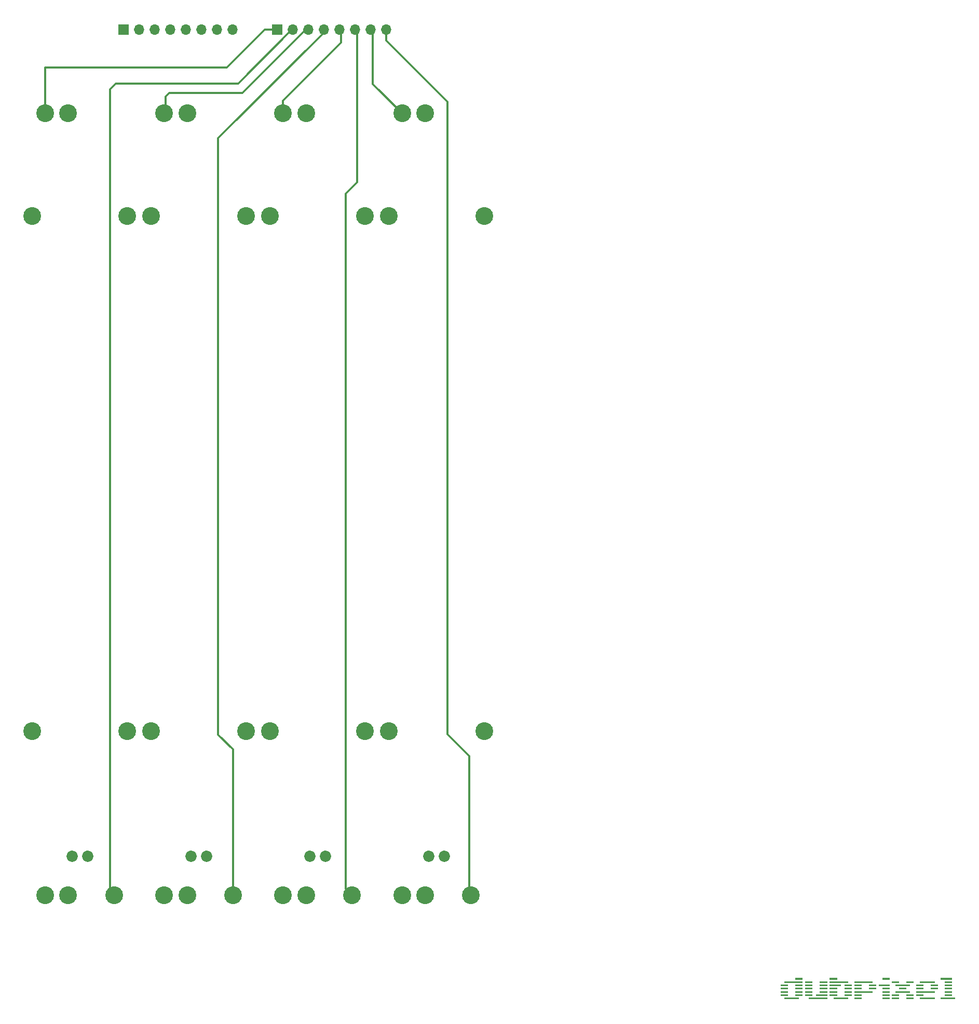
<source format=gbr>
%TF.GenerationSoftware,KiCad,Pcbnew,8.0.4*%
%TF.CreationDate,2024-11-13T09:33:08-05:00*%
%TF.ProjectId,dpx_faded,6470785f-6661-4646-9564-2e6b69636164,rev?*%
%TF.SameCoordinates,Original*%
%TF.FileFunction,Copper,L1,Top*%
%TF.FilePolarity,Positive*%
%FSLAX46Y46*%
G04 Gerber Fmt 4.6, Leading zero omitted, Abs format (unit mm)*
G04 Created by KiCad (PCBNEW 8.0.4) date 2024-11-13 09:33:08*
%MOMM*%
%LPD*%
G01*
G04 APERTURE LIST*
%ADD10C,0.150000*%
%TA.AperFunction,NonConductor*%
%ADD11C,0.150000*%
%TD*%
%TA.AperFunction,ComponentPad*%
%ADD12R,1.700000X1.700000*%
%TD*%
%TA.AperFunction,ComponentPad*%
%ADD13O,1.700000X1.700000*%
%TD*%
%TA.AperFunction,ComponentPad*%
%ADD14C,2.900000*%
%TD*%
%TA.AperFunction,ComponentPad*%
%ADD15C,1.850000*%
%TD*%
%TA.AperFunction,Conductor*%
%ADD16C,0.350000*%
%TD*%
G04 APERTURE END LIST*
D10*
D11*
G36*
X170786002Y-186679221D02*
G01*
X171978884Y-186679221D01*
X171978884Y-186940805D01*
X170786002Y-186940805D01*
X170786002Y-186679221D01*
G37*
G36*
X170786002Y-189317288D02*
G01*
X171978884Y-189317288D01*
X171978884Y-189578872D01*
X170786002Y-189578872D01*
X170786002Y-189317288D01*
G37*
G36*
X170786002Y-188812926D02*
G01*
X171978884Y-188812926D01*
X171978884Y-189074510D01*
X170786002Y-189074510D01*
X170786002Y-188812926D01*
G37*
G36*
X170786002Y-188277790D02*
G01*
X171978884Y-188277790D01*
X171978884Y-188539374D01*
X170786002Y-188539374D01*
X170786002Y-188277790D01*
G37*
G36*
X170786002Y-187773429D02*
G01*
X171978884Y-187773429D01*
X171978884Y-188035013D01*
X170786002Y-188035013D01*
X170786002Y-187773429D01*
G37*
G36*
X169035269Y-187226325D02*
G01*
X171978884Y-187226325D01*
X171978884Y-187487909D01*
X169035269Y-187487909D01*
X169035269Y-187226325D01*
G37*
G36*
X168410007Y-187773429D02*
G01*
X169602889Y-187773429D01*
X169602889Y-188035013D01*
X168410007Y-188035013D01*
X168410007Y-187773429D01*
G37*
G36*
X169035269Y-189864392D02*
G01*
X171411263Y-189864392D01*
X171411263Y-190125976D01*
X169035269Y-190125976D01*
X169035269Y-189864392D01*
G37*
G36*
X168410007Y-189317288D02*
G01*
X169602889Y-189317288D01*
X169602889Y-189578872D01*
X168410007Y-189578872D01*
X168410007Y-189317288D01*
G37*
G36*
X168410007Y-188812926D02*
G01*
X169602889Y-188812926D01*
X169602889Y-189074510D01*
X168410007Y-189074510D01*
X168410007Y-188812926D01*
G37*
G36*
X168410007Y-188277790D02*
G01*
X169602889Y-188277790D01*
X169602889Y-188539374D01*
X168410007Y-188539374D01*
X168410007Y-188277790D01*
G37*
G36*
X175986420Y-190125976D02*
G01*
X175387537Y-190125976D01*
X174795492Y-190125976D01*
X173001773Y-190125976D01*
X173001773Y-189864392D01*
X174795492Y-189864392D01*
X175387537Y-189864392D01*
X175986420Y-189864392D01*
X175986420Y-190125976D01*
G37*
G36*
X174158507Y-189317288D02*
G01*
X174769114Y-189317288D01*
X175374836Y-189317288D01*
X175986420Y-189317288D01*
X175986420Y-189578872D01*
X175374836Y-189578872D01*
X174769114Y-189578872D01*
X174158507Y-189578872D01*
X174158507Y-189317288D01*
G37*
G36*
X172407774Y-189317288D02*
G01*
X173600656Y-189317288D01*
X173600656Y-189578872D01*
X172407774Y-189578872D01*
X172407774Y-189317288D01*
G37*
G36*
X173600656Y-188812926D02*
G01*
X173600656Y-189074510D01*
X172407774Y-189074510D01*
X172407774Y-188812926D01*
X173600656Y-188812926D01*
G37*
G36*
X173600656Y-188277790D02*
G01*
X173600656Y-188539374D01*
X172407774Y-188539374D01*
X172407774Y-188277790D01*
X173600656Y-188277790D01*
G37*
G36*
X173600656Y-187773429D02*
G01*
X173600656Y-188035013D01*
X172407774Y-188035013D01*
X172407774Y-187773429D01*
X173600656Y-187773429D01*
G37*
G36*
X173600656Y-187226325D02*
G01*
X173600656Y-187487909D01*
X172407774Y-187487909D01*
X172407774Y-187226325D01*
X173600656Y-187226325D01*
G37*
G36*
X175986420Y-187487909D02*
G01*
X174793538Y-187487909D01*
X174793538Y-187226325D01*
X175986420Y-187226325D01*
X175986420Y-187487909D01*
G37*
G36*
X175986420Y-188035013D02*
G01*
X174793538Y-188035013D01*
X174793538Y-187773429D01*
X175986420Y-187773429D01*
X175986420Y-188035013D01*
G37*
G36*
X175986420Y-188539374D02*
G01*
X174793538Y-188539374D01*
X174793538Y-188277790D01*
X175986420Y-188277790D01*
X175986420Y-188539374D01*
G37*
G36*
X175986420Y-189074510D02*
G01*
X174793538Y-189074510D01*
X174793538Y-188812926D01*
X175986420Y-188812926D01*
X175986420Y-189074510D01*
G37*
G36*
X176405541Y-186679221D02*
G01*
X177598423Y-186679221D01*
X177598423Y-186940805D01*
X176405541Y-186940805D01*
X176405541Y-186679221D01*
G37*
G36*
X179406797Y-187487909D02*
G01*
X176405541Y-187487909D01*
X176405541Y-187226325D01*
X179406797Y-187226325D01*
X179406797Y-187487909D01*
G37*
G36*
X178781535Y-188035013D02*
G01*
X178781535Y-187773429D01*
X179974418Y-187773429D01*
X179974418Y-188035013D01*
X178781535Y-188035013D01*
G37*
G36*
X178781535Y-188277790D02*
G01*
X179974418Y-188277790D01*
X179974418Y-188539374D01*
X178781535Y-188539374D01*
X178781535Y-188277790D01*
G37*
G36*
X178781535Y-188812926D02*
G01*
X179974418Y-188812926D01*
X179974418Y-189074510D01*
X178781535Y-189074510D01*
X178781535Y-188812926D01*
G37*
G36*
X178781535Y-189317288D02*
G01*
X179974418Y-189317288D01*
X179974418Y-189578872D01*
X178781535Y-189578872D01*
X178781535Y-189317288D01*
G37*
G36*
X177030803Y-189864392D02*
G01*
X179406797Y-189864392D01*
X179406797Y-190125976D01*
X177030803Y-190125976D01*
X177030803Y-189864392D01*
G37*
G36*
X176405541Y-189317288D02*
G01*
X177598423Y-189317288D01*
X177598423Y-189578872D01*
X176405541Y-189578872D01*
X176405541Y-189317288D01*
G37*
G36*
X176405541Y-188812926D02*
G01*
X177598423Y-188812926D01*
X177598423Y-189074510D01*
X176405541Y-189074510D01*
X176405541Y-188812926D01*
G37*
G36*
X176405541Y-188277790D02*
G01*
X177598423Y-188277790D01*
X177598423Y-188539374D01*
X176405541Y-188539374D01*
X176405541Y-188277790D01*
G37*
G36*
X176405541Y-187773429D02*
G01*
X178218800Y-187773429D01*
X178218800Y-188035013D01*
X176405541Y-188035013D01*
X176405541Y-187773429D01*
G37*
G36*
X180403308Y-190125976D02*
G01*
X180403308Y-189864392D01*
X181596190Y-189864392D01*
X181596190Y-190125976D01*
X180403308Y-190125976D01*
G37*
G36*
X180403308Y-188277790D02*
G01*
X181596190Y-188277790D01*
X181596190Y-188539374D01*
X180403308Y-188539374D01*
X180403308Y-188277790D01*
G37*
G36*
X180403308Y-187773429D02*
G01*
X181596190Y-187773429D01*
X181596190Y-188035013D01*
X180403308Y-188035013D01*
X180403308Y-187773429D01*
G37*
G36*
X183372324Y-187487909D02*
G01*
X180403308Y-187487909D01*
X180403308Y-187226325D01*
X183372324Y-187226325D01*
X183372324Y-187487909D01*
G37*
G36*
X182779302Y-188035013D02*
G01*
X182779302Y-187773429D01*
X183972184Y-187773429D01*
X183972184Y-188035013D01*
X182779302Y-188035013D01*
G37*
G36*
X182779302Y-188539374D02*
G01*
X182779302Y-188277790D01*
X183972184Y-188277790D01*
X183972184Y-188539374D01*
X182779302Y-188539374D01*
G37*
G36*
X180403308Y-189074510D02*
G01*
X180403308Y-188812926D01*
X183372324Y-188812926D01*
X183372324Y-189074510D01*
X180403308Y-189074510D01*
G37*
G36*
X180403308Y-189578872D02*
G01*
X180403308Y-189317288D01*
X181596190Y-189317288D01*
X181596190Y-189578872D01*
X180403308Y-189578872D01*
G37*
G36*
X185021452Y-190125976D02*
G01*
X185021452Y-189864392D01*
X186214334Y-189864392D01*
X186214334Y-190125976D01*
X185021452Y-190125976D01*
G37*
G36*
X185021452Y-188812926D02*
G01*
X186214334Y-188812926D01*
X186214334Y-189074510D01*
X185021452Y-189074510D01*
X185021452Y-188812926D01*
G37*
G36*
X185021452Y-188277790D02*
G01*
X186214334Y-188277790D01*
X186214334Y-188539374D01*
X185021452Y-188539374D01*
X185021452Y-188277790D01*
G37*
G36*
X184401075Y-187773429D02*
G01*
X186214334Y-187773429D01*
X186214334Y-188035013D01*
X184401075Y-188035013D01*
X184401075Y-187773429D01*
G37*
G36*
X185021452Y-186679221D02*
G01*
X186214334Y-186679221D01*
X186214334Y-186940805D01*
X185021452Y-186940805D01*
X185021452Y-186679221D01*
G37*
G36*
X185021452Y-189578872D02*
G01*
X185021452Y-189317288D01*
X186214334Y-189317288D01*
X186214334Y-189578872D01*
X185021452Y-189578872D01*
G37*
G36*
X186511333Y-190125976D02*
G01*
X186511333Y-189864392D01*
X187704215Y-189864392D01*
X187704215Y-190125976D01*
X186511333Y-190125976D01*
G37*
G36*
X187704215Y-188277790D02*
G01*
X188892212Y-188277790D01*
X188892212Y-188539374D01*
X187704215Y-188539374D01*
X187704215Y-188277790D01*
G37*
G36*
X187136595Y-187773429D02*
G01*
X189512589Y-187773429D01*
X189512589Y-188035013D01*
X187136595Y-188035013D01*
X187136595Y-187773429D01*
G37*
G36*
X188892212Y-187226325D02*
G01*
X190080210Y-187226325D01*
X190080210Y-187487909D01*
X188892212Y-187487909D01*
X188892212Y-187226325D01*
G37*
G36*
X186511333Y-187226325D02*
G01*
X187704215Y-187226325D01*
X187704215Y-187487909D01*
X186511333Y-187487909D01*
X186511333Y-187226325D01*
G37*
G36*
X187136595Y-189074510D02*
G01*
X187136595Y-188812926D01*
X189512589Y-188812926D01*
X189512589Y-189074510D01*
X187136595Y-189074510D01*
G37*
G36*
X188892212Y-189578872D02*
G01*
X188892212Y-189317288D01*
X190080210Y-189317288D01*
X190080210Y-189578872D01*
X188892212Y-189578872D01*
G37*
G36*
X188892212Y-190125976D02*
G01*
X188892212Y-189864392D01*
X190080210Y-189864392D01*
X190080210Y-190125976D01*
X188892212Y-190125976D01*
G37*
G36*
X186511333Y-189578872D02*
G01*
X186511333Y-189317288D01*
X187704215Y-189317288D01*
X187704215Y-189578872D01*
X186511333Y-189578872D01*
G37*
G36*
X193510356Y-190125976D02*
G01*
X191134362Y-190125976D01*
X191134362Y-189864392D01*
X193510356Y-189864392D01*
X193510356Y-190125976D01*
G37*
G36*
X191134362Y-187226325D02*
G01*
X193510356Y-187226325D01*
X193510356Y-187487909D01*
X191134362Y-187487909D01*
X191134362Y-187226325D01*
G37*
G36*
X190509100Y-188035013D02*
G01*
X190509100Y-187773429D01*
X191701982Y-187773429D01*
X191701982Y-188035013D01*
X190509100Y-188035013D01*
G37*
G36*
X190509100Y-188539374D02*
G01*
X190509100Y-188277790D01*
X191701982Y-188277790D01*
X191701982Y-188539374D01*
X190509100Y-188539374D01*
G37*
G36*
X192885094Y-188035013D02*
G01*
X192885094Y-187773429D01*
X194077976Y-187773429D01*
X194077976Y-188035013D01*
X192885094Y-188035013D01*
G37*
G36*
X192885094Y-188539374D02*
G01*
X192885094Y-188277790D01*
X194077976Y-188277790D01*
X194077976Y-188539374D01*
X192885094Y-188539374D01*
G37*
G36*
X190509100Y-188812926D02*
G01*
X193510356Y-188812926D01*
X193510356Y-189074510D01*
X190509100Y-189074510D01*
X190509100Y-188812926D01*
G37*
G36*
X191701982Y-189578872D02*
G01*
X190509100Y-189578872D01*
X190509100Y-189317288D01*
X191701982Y-189317288D01*
X191701982Y-189578872D01*
G37*
G36*
X194506867Y-186679221D02*
G01*
X196320126Y-186679221D01*
X196320126Y-186940805D01*
X194506867Y-186940805D01*
X194506867Y-186679221D01*
G37*
G36*
X194506867Y-189864392D02*
G01*
X196882861Y-189864392D01*
X196882861Y-190125976D01*
X194506867Y-190125976D01*
X194506867Y-189864392D01*
G37*
G36*
X195127244Y-189317288D02*
G01*
X196320126Y-189317288D01*
X196320126Y-189578872D01*
X195127244Y-189578872D01*
X195127244Y-189317288D01*
G37*
G36*
X195127244Y-188812926D02*
G01*
X196320126Y-188812926D01*
X196320126Y-189074510D01*
X195127244Y-189074510D01*
X195127244Y-188812926D01*
G37*
G36*
X195127244Y-188277790D02*
G01*
X196320126Y-188277790D01*
X196320126Y-188539374D01*
X195127244Y-188539374D01*
X195127244Y-188277790D01*
G37*
G36*
X195127244Y-187773429D02*
G01*
X196320126Y-187773429D01*
X196320126Y-188035013D01*
X195127244Y-188035013D01*
X195127244Y-187773429D01*
G37*
G36*
X195127244Y-187226325D02*
G01*
X196320126Y-187226325D01*
X196320126Y-187487909D01*
X195127244Y-187487909D01*
X195127244Y-187226325D01*
G37*
D12*
%TO.P,J2,1,Pin_1*%
%TO.N,/M1_A*%
X61195000Y-32000000D03*
D13*
%TO.P,J2,2,Pin_2*%
%TO.N,/M1_B*%
X63735000Y-32000000D03*
%TO.P,J2,3,Pin_3*%
%TO.N,/M2_A*%
X66275000Y-32000000D03*
%TO.P,J2,4,Pin_4*%
%TO.N,/M2_B*%
X68815000Y-32000000D03*
%TO.P,J2,5,Pin_5*%
%TO.N,/M3_A*%
X71355000Y-32000000D03*
%TO.P,J2,6,Pin_6*%
%TO.N,/M3_B*%
X73895000Y-32000000D03*
%TO.P,J2,7,Pin_7*%
%TO.N,/M4_A*%
X76435000Y-32000000D03*
%TO.P,J2,8,Pin_8*%
%TO.N,/M4_B*%
X78975000Y-32000000D03*
%TD*%
D14*
%TO.P,U2,1,VCC*%
%TO.N,GND*%
X67845000Y-173180000D03*
%TO.P,U2,2,Wiper*%
%TO.N,/P2*%
X67845000Y-45680000D03*
%TO.P,U2,3,GND*%
%TO.N,VCC*%
X71595000Y-45680000D03*
%TO.P,U2,4,GND*%
%TO.N,GND*%
X71595000Y-173180000D03*
D15*
%TO.P,U2,5,+*%
%TO.N,/M2_A*%
X72200000Y-166830000D03*
%TO.P,U2,6,-*%
%TO.N,/M2_B*%
X74740000Y-166830000D03*
D14*
%TO.P,U2,7,MNT*%
%TO.N,unconnected-(U2D-MNT-Pad7)*%
X65720000Y-146430000D03*
X81220000Y-146430000D03*
X65720000Y-62430000D03*
X81220000Y-62430000D03*
%TO.P,U2,8,Touch*%
%TO.N,/T2*%
X79095000Y-173180000D03*
%TD*%
%TO.P,U4,1,VCC*%
%TO.N,GND*%
X106645000Y-173180000D03*
%TO.P,U4,2,Wiper*%
%TO.N,/P4*%
X106645000Y-45680000D03*
%TO.P,U4,3,GND*%
%TO.N,VCC*%
X110395000Y-45680000D03*
%TO.P,U4,4,GND*%
%TO.N,GND*%
X110395000Y-173180000D03*
D15*
%TO.P,U4,5,+*%
%TO.N,/M4_A*%
X111000000Y-166830000D03*
%TO.P,U4,6,-*%
%TO.N,/M4_B*%
X113540000Y-166830000D03*
D14*
%TO.P,U4,7,MNT*%
%TO.N,unconnected-(U4D-MNT-Pad7)*%
X104520000Y-146430000D03*
X120020000Y-146430000D03*
X104520000Y-62430000D03*
X120020000Y-62430000D03*
%TO.P,U4,8,Touch*%
%TO.N,/T4*%
X117895000Y-173180000D03*
%TD*%
%TO.P,U3,1,VCC*%
%TO.N,GND*%
X87245000Y-173180000D03*
%TO.P,U3,2,Wiper*%
%TO.N,/P3*%
X87245000Y-45680000D03*
%TO.P,U3,3,GND*%
%TO.N,VCC*%
X90995000Y-45680000D03*
%TO.P,U3,4,GND*%
%TO.N,GND*%
X90995000Y-173180000D03*
D15*
%TO.P,U3,5,+*%
%TO.N,/M3_A*%
X91600000Y-166830000D03*
%TO.P,U3,6,-*%
%TO.N,/M3_B*%
X94140000Y-166830000D03*
D14*
%TO.P,U3,7,MNT*%
%TO.N,unconnected-(U3D-MNT-Pad7)*%
X85120000Y-146430000D03*
X100620000Y-146430000D03*
X85120000Y-62430000D03*
X100620000Y-62430000D03*
%TO.P,U3,8,Touch*%
%TO.N,/T3*%
X98495000Y-173180000D03*
%TD*%
%TO.P,U1,1,VCC*%
%TO.N,GND*%
X48445000Y-173180000D03*
%TO.P,U1,2,Wiper*%
%TO.N,/P1*%
X48445000Y-45680000D03*
%TO.P,U1,3,GND*%
%TO.N,VCC*%
X52195000Y-45680000D03*
%TO.P,U1,4,GND*%
%TO.N,GND*%
X52195000Y-173180000D03*
D15*
%TO.P,U1,5,+*%
%TO.N,/M1_A*%
X52800000Y-166830000D03*
%TO.P,U1,6,-*%
%TO.N,/M1_B*%
X55340000Y-166830000D03*
D14*
%TO.P,U1,7,MNT*%
%TO.N,unconnected-(U1D-MNT-Pad7)*%
X46320000Y-146430000D03*
X61820000Y-146430000D03*
X46320000Y-62430000D03*
X61820000Y-62430000D03*
%TO.P,U1,8,Touch*%
%TO.N,/T1*%
X59695000Y-173180000D03*
%TD*%
D12*
%TO.P,J1,1,Pin_1*%
%TO.N,/P1*%
X86250000Y-32030000D03*
D13*
%TO.P,J1,2,Pin_2*%
%TO.N,/T1*%
X88790000Y-32030000D03*
%TO.P,J1,3,Pin_3*%
%TO.N,/P2*%
X91330000Y-32030000D03*
%TO.P,J1,4,Pin_4*%
%TO.N,/T2*%
X93870000Y-32030000D03*
%TO.P,J1,5,Pin_5*%
%TO.N,/P3*%
X96410000Y-32030000D03*
%TO.P,J1,6,Pin_6*%
%TO.N,/T3*%
X98950000Y-32030000D03*
%TO.P,J1,7,Pin_7*%
%TO.N,/P4*%
X101490000Y-32030000D03*
%TO.P,J1,8,Pin_8*%
%TO.N,/T4*%
X104030000Y-32030000D03*
%TD*%
D16*
%TO.N,/P1*%
X84210000Y-32030000D02*
X86250000Y-32030000D01*
X78050000Y-38190000D02*
X84210000Y-32030000D01*
X48445000Y-45680000D02*
X48445000Y-38215000D01*
X48445000Y-38215000D02*
X48420000Y-38190000D01*
X48420000Y-38190000D02*
X78050000Y-38190000D01*
%TO.N,/P2*%
X68080000Y-45445000D02*
X67845000Y-45680000D01*
X90950000Y-32030000D02*
X80580000Y-42400000D01*
X80580000Y-42400000D02*
X68630000Y-42400000D01*
X68630000Y-42400000D02*
X68080000Y-42950000D01*
X91330000Y-32030000D02*
X90950000Y-32030000D01*
X68080000Y-42950000D02*
X68080000Y-45445000D01*
%TO.N,/P3*%
X96690000Y-34190000D02*
X96690000Y-32310000D01*
X87245000Y-45680000D02*
X87245000Y-43635000D01*
X96690000Y-32310000D02*
X96410000Y-32030000D01*
X87245000Y-43635000D02*
X96690000Y-34190000D01*
%TO.N,/P4*%
X101490000Y-32030000D02*
X101890000Y-32430000D01*
X101890000Y-32430000D02*
X101890000Y-40925000D01*
X101890000Y-40925000D02*
X106645000Y-45680000D01*
%TO.N,/T2*%
X76660000Y-49760000D02*
X93870000Y-32550000D01*
X79095000Y-149425000D02*
X76660000Y-146990000D01*
X79095000Y-173180000D02*
X79095000Y-149425000D01*
X76660000Y-146990000D02*
X76660000Y-49760000D01*
X93870000Y-32550000D02*
X93870000Y-32030000D01*
%TO.N,/T1*%
X58980000Y-172465000D02*
X59695000Y-173180000D01*
X88690000Y-32030000D02*
X79910000Y-40810000D01*
X88790000Y-32030000D02*
X88690000Y-32030000D01*
X58980000Y-41800000D02*
X58980000Y-172465000D01*
X79910000Y-40810000D02*
X59970000Y-40810000D01*
X59970000Y-40810000D02*
X58980000Y-41800000D01*
%TO.N,/T3*%
X97460000Y-58810000D02*
X97460000Y-172145000D01*
X97460000Y-172145000D02*
X98495000Y-173180000D01*
X98950000Y-32030000D02*
X99350000Y-32430000D01*
X99350000Y-56920000D02*
X97460000Y-58810000D01*
X99350000Y-32430000D02*
X99350000Y-56920000D01*
%TO.N,/T4*%
X104060000Y-33830000D02*
X114040000Y-43810000D01*
X117630000Y-150500000D02*
X117630000Y-172915000D01*
X117630000Y-172915000D02*
X117895000Y-173180000D01*
X114040000Y-43810000D02*
X114040000Y-146910000D01*
X104060000Y-32060000D02*
X104060000Y-33830000D01*
X104030000Y-32030000D02*
X104060000Y-32060000D01*
X114040000Y-146910000D02*
X117630000Y-150500000D01*
%TD*%
M02*

</source>
